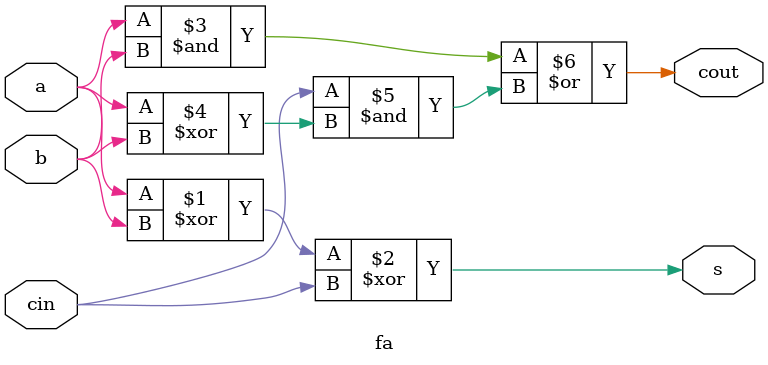
<source format=sv>

module fa (
  input logic a, b, cin,
  output logic s, cout
);
  assign s = a ^ b ^ cin;
  assign cout = (a & b) | (cin & (a ^ b));
endmodule

</source>
